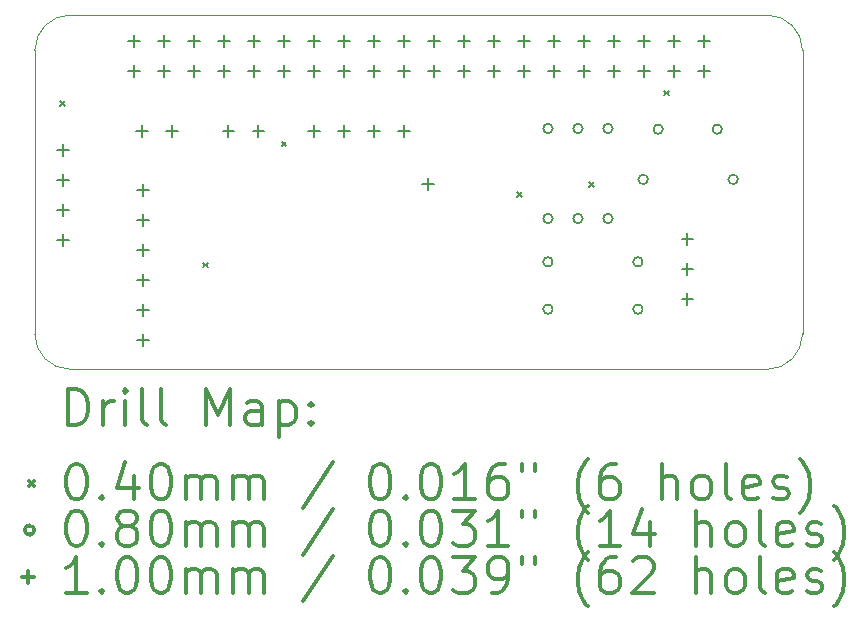
<source format=gbr>
%FSLAX45Y45*%
G04 Gerber Fmt 4.5, Leading zero omitted, Abs format (unit mm)*
G04 Created by KiCad (PCBNEW (5.1.6)-1) date 2025-04-15 16:12:10*
%MOMM*%
%LPD*%
G01*
G04 APERTURE LIST*
%TA.AperFunction,Profile*%
%ADD10C,0.100000*%
%TD*%
%ADD11C,0.200000*%
%ADD12C,0.300000*%
G04 APERTURE END LIST*
D10*
X12103700Y-9901350D02*
X18003700Y-9901350D01*
X11803700Y-7201350D02*
X11803700Y-9601350D01*
X11803700Y-9601350D02*
G75*
G03*
X12103700Y-9901350I300000J0D01*
G01*
X18003700Y-9901350D02*
G75*
G03*
X18303700Y-9601350I0J300000D01*
G01*
X12103700Y-6901350D02*
G75*
G03*
X11803700Y-7201350I0J-300000D01*
G01*
X12103700Y-6901350D02*
X18003700Y-6901350D01*
X18303700Y-7201350D02*
G75*
G03*
X18003700Y-6901350I-300000J0D01*
G01*
X18303700Y-7201350D02*
X18303700Y-9601350D01*
D11*
X12019600Y-7631750D02*
X12059600Y-7671750D01*
X12059600Y-7631750D02*
X12019600Y-7671750D01*
X13226100Y-8997000D02*
X13266100Y-9037000D01*
X13266100Y-8997000D02*
X13226100Y-9037000D01*
X13892850Y-7974650D02*
X13932850Y-8014650D01*
X13932850Y-7974650D02*
X13892850Y-8014650D01*
X15886750Y-8400100D02*
X15926750Y-8440100D01*
X15926750Y-8400100D02*
X15886750Y-8440100D01*
X16497757Y-8317073D02*
X16537757Y-8357073D01*
X16537757Y-8317073D02*
X16497757Y-8357073D01*
X17131350Y-7542850D02*
X17171350Y-7582850D01*
X17171350Y-7542850D02*
X17131350Y-7582850D01*
X16188050Y-9391650D02*
G75*
G03*
X16188050Y-9391650I-40000J0D01*
G01*
X16950050Y-9391650D02*
G75*
G03*
X16950050Y-9391650I-40000J0D01*
G01*
X16188050Y-7861300D02*
G75*
G03*
X16188050Y-7861300I-40000J0D01*
G01*
X16188050Y-8623300D02*
G75*
G03*
X16188050Y-8623300I-40000J0D01*
G01*
X16442050Y-7861300D02*
G75*
G03*
X16442050Y-7861300I-40000J0D01*
G01*
X16442050Y-8623300D02*
G75*
G03*
X16442050Y-8623300I-40000J0D01*
G01*
X16696050Y-7861300D02*
G75*
G03*
X16696050Y-7861300I-40000J0D01*
G01*
X16696050Y-8623300D02*
G75*
G03*
X16696050Y-8623300I-40000J0D01*
G01*
X16994500Y-8293100D02*
G75*
G03*
X16994500Y-8293100I-40000J0D01*
G01*
X17756500Y-8293100D02*
G75*
G03*
X17756500Y-8293100I-40000J0D01*
G01*
X17121500Y-7867650D02*
G75*
G03*
X17121500Y-7867650I-40000J0D01*
G01*
X17621500Y-7867650D02*
G75*
G03*
X17621500Y-7867650I-40000J0D01*
G01*
X16188050Y-8991600D02*
G75*
G03*
X16188050Y-8991600I-40000J0D01*
G01*
X16950050Y-8991600D02*
G75*
G03*
X16950050Y-8991600I-40000J0D01*
G01*
X17329150Y-8744750D02*
X17329150Y-8844750D01*
X17279150Y-8794750D02*
X17379150Y-8794750D01*
X17329150Y-8998750D02*
X17329150Y-9098750D01*
X17279150Y-9048750D02*
X17379150Y-9048750D01*
X17329150Y-9252750D02*
X17329150Y-9352750D01*
X17279150Y-9302750D02*
X17379150Y-9302750D01*
X15132050Y-8281200D02*
X15132050Y-8381200D01*
X15082050Y-8331200D02*
X15182050Y-8331200D01*
X13442950Y-7836700D02*
X13442950Y-7936700D01*
X13392950Y-7886700D02*
X13492950Y-7886700D01*
X13696950Y-7836700D02*
X13696950Y-7936700D01*
X13646950Y-7886700D02*
X13746950Y-7886700D01*
X12719050Y-8332000D02*
X12719050Y-8432000D01*
X12669050Y-8382000D02*
X12769050Y-8382000D01*
X12719050Y-8586000D02*
X12719050Y-8686000D01*
X12669050Y-8636000D02*
X12769050Y-8636000D01*
X12719050Y-8840000D02*
X12719050Y-8940000D01*
X12669050Y-8890000D02*
X12769050Y-8890000D01*
X12719050Y-9094000D02*
X12719050Y-9194000D01*
X12669050Y-9144000D02*
X12769050Y-9144000D01*
X12719050Y-9348000D02*
X12719050Y-9448000D01*
X12669050Y-9398000D02*
X12769050Y-9398000D01*
X12719050Y-9602000D02*
X12719050Y-9702000D01*
X12669050Y-9652000D02*
X12769050Y-9652000D01*
X14166850Y-7836700D02*
X14166850Y-7936700D01*
X14116850Y-7886700D02*
X14216850Y-7886700D01*
X14420850Y-7836700D02*
X14420850Y-7936700D01*
X14370850Y-7886700D02*
X14470850Y-7886700D01*
X14674850Y-7836700D02*
X14674850Y-7936700D01*
X14624850Y-7886700D02*
X14724850Y-7886700D01*
X14928850Y-7836700D02*
X14928850Y-7936700D01*
X14878850Y-7886700D02*
X14978850Y-7886700D01*
X12712700Y-7830350D02*
X12712700Y-7930350D01*
X12662700Y-7880350D02*
X12762700Y-7880350D01*
X12966700Y-7830350D02*
X12966700Y-7930350D01*
X12916700Y-7880350D02*
X13016700Y-7880350D01*
X12642850Y-7074700D02*
X12642850Y-7174700D01*
X12592850Y-7124700D02*
X12692850Y-7124700D01*
X12642850Y-7328700D02*
X12642850Y-7428700D01*
X12592850Y-7378700D02*
X12692850Y-7378700D01*
X12896850Y-7074700D02*
X12896850Y-7174700D01*
X12846850Y-7124700D02*
X12946850Y-7124700D01*
X12896850Y-7328700D02*
X12896850Y-7428700D01*
X12846850Y-7378700D02*
X12946850Y-7378700D01*
X13150850Y-7074700D02*
X13150850Y-7174700D01*
X13100850Y-7124700D02*
X13200850Y-7124700D01*
X13150850Y-7328700D02*
X13150850Y-7428700D01*
X13100850Y-7378700D02*
X13200850Y-7378700D01*
X13404850Y-7074700D02*
X13404850Y-7174700D01*
X13354850Y-7124700D02*
X13454850Y-7124700D01*
X13404850Y-7328700D02*
X13404850Y-7428700D01*
X13354850Y-7378700D02*
X13454850Y-7378700D01*
X13658850Y-7074700D02*
X13658850Y-7174700D01*
X13608850Y-7124700D02*
X13708850Y-7124700D01*
X13658850Y-7328700D02*
X13658850Y-7428700D01*
X13608850Y-7378700D02*
X13708850Y-7378700D01*
X13912850Y-7074700D02*
X13912850Y-7174700D01*
X13862850Y-7124700D02*
X13962850Y-7124700D01*
X13912850Y-7328700D02*
X13912850Y-7428700D01*
X13862850Y-7378700D02*
X13962850Y-7378700D01*
X14166850Y-7074700D02*
X14166850Y-7174700D01*
X14116850Y-7124700D02*
X14216850Y-7124700D01*
X14166850Y-7328700D02*
X14166850Y-7428700D01*
X14116850Y-7378700D02*
X14216850Y-7378700D01*
X14420850Y-7074700D02*
X14420850Y-7174700D01*
X14370850Y-7124700D02*
X14470850Y-7124700D01*
X14420850Y-7328700D02*
X14420850Y-7428700D01*
X14370850Y-7378700D02*
X14470850Y-7378700D01*
X14674850Y-7074700D02*
X14674850Y-7174700D01*
X14624850Y-7124700D02*
X14724850Y-7124700D01*
X14674850Y-7328700D02*
X14674850Y-7428700D01*
X14624850Y-7378700D02*
X14724850Y-7378700D01*
X14928850Y-7074700D02*
X14928850Y-7174700D01*
X14878850Y-7124700D02*
X14978850Y-7124700D01*
X14928850Y-7328700D02*
X14928850Y-7428700D01*
X14878850Y-7378700D02*
X14978850Y-7378700D01*
X15182850Y-7074700D02*
X15182850Y-7174700D01*
X15132850Y-7124700D02*
X15232850Y-7124700D01*
X15182850Y-7328700D02*
X15182850Y-7428700D01*
X15132850Y-7378700D02*
X15232850Y-7378700D01*
X15436850Y-7074700D02*
X15436850Y-7174700D01*
X15386850Y-7124700D02*
X15486850Y-7124700D01*
X15436850Y-7328700D02*
X15436850Y-7428700D01*
X15386850Y-7378700D02*
X15486850Y-7378700D01*
X15690850Y-7074700D02*
X15690850Y-7174700D01*
X15640850Y-7124700D02*
X15740850Y-7124700D01*
X15690850Y-7328700D02*
X15690850Y-7428700D01*
X15640850Y-7378700D02*
X15740850Y-7378700D01*
X15944850Y-7074700D02*
X15944850Y-7174700D01*
X15894850Y-7124700D02*
X15994850Y-7124700D01*
X15944850Y-7328700D02*
X15944850Y-7428700D01*
X15894850Y-7378700D02*
X15994850Y-7378700D01*
X16198850Y-7074700D02*
X16198850Y-7174700D01*
X16148850Y-7124700D02*
X16248850Y-7124700D01*
X16198850Y-7328700D02*
X16198850Y-7428700D01*
X16148850Y-7378700D02*
X16248850Y-7378700D01*
X16452850Y-7074700D02*
X16452850Y-7174700D01*
X16402850Y-7124700D02*
X16502850Y-7124700D01*
X16452850Y-7328700D02*
X16452850Y-7428700D01*
X16402850Y-7378700D02*
X16502850Y-7378700D01*
X16706850Y-7074700D02*
X16706850Y-7174700D01*
X16656850Y-7124700D02*
X16756850Y-7124700D01*
X16706850Y-7328700D02*
X16706850Y-7428700D01*
X16656850Y-7378700D02*
X16756850Y-7378700D01*
X16960850Y-7074700D02*
X16960850Y-7174700D01*
X16910850Y-7124700D02*
X17010850Y-7124700D01*
X16960850Y-7328700D02*
X16960850Y-7428700D01*
X16910850Y-7378700D02*
X17010850Y-7378700D01*
X17214850Y-7074700D02*
X17214850Y-7174700D01*
X17164850Y-7124700D02*
X17264850Y-7124700D01*
X17214850Y-7328700D02*
X17214850Y-7428700D01*
X17164850Y-7378700D02*
X17264850Y-7378700D01*
X17468850Y-7074700D02*
X17468850Y-7174700D01*
X17418850Y-7124700D02*
X17518850Y-7124700D01*
X17468850Y-7328700D02*
X17468850Y-7428700D01*
X17418850Y-7378700D02*
X17518850Y-7378700D01*
X12039600Y-7995450D02*
X12039600Y-8095450D01*
X11989600Y-8045450D02*
X12089600Y-8045450D01*
X12039600Y-8249450D02*
X12039600Y-8349450D01*
X11989600Y-8299450D02*
X12089600Y-8299450D01*
X12039600Y-8503450D02*
X12039600Y-8603450D01*
X11989600Y-8553450D02*
X12089600Y-8553450D01*
X12039600Y-8757450D02*
X12039600Y-8857450D01*
X11989600Y-8807450D02*
X12089600Y-8807450D01*
D12*
X12085128Y-10372064D02*
X12085128Y-10072064D01*
X12156557Y-10072064D01*
X12199414Y-10086350D01*
X12227986Y-10114922D01*
X12242271Y-10143493D01*
X12256557Y-10200636D01*
X12256557Y-10243493D01*
X12242271Y-10300636D01*
X12227986Y-10329207D01*
X12199414Y-10357779D01*
X12156557Y-10372064D01*
X12085128Y-10372064D01*
X12385128Y-10372064D02*
X12385128Y-10172064D01*
X12385128Y-10229207D02*
X12399414Y-10200636D01*
X12413700Y-10186350D01*
X12442271Y-10172064D01*
X12470843Y-10172064D01*
X12570843Y-10372064D02*
X12570843Y-10172064D01*
X12570843Y-10072064D02*
X12556557Y-10086350D01*
X12570843Y-10100636D01*
X12585128Y-10086350D01*
X12570843Y-10072064D01*
X12570843Y-10100636D01*
X12756557Y-10372064D02*
X12727986Y-10357779D01*
X12713700Y-10329207D01*
X12713700Y-10072064D01*
X12913700Y-10372064D02*
X12885128Y-10357779D01*
X12870843Y-10329207D01*
X12870843Y-10072064D01*
X13256557Y-10372064D02*
X13256557Y-10072064D01*
X13356557Y-10286350D01*
X13456557Y-10072064D01*
X13456557Y-10372064D01*
X13727986Y-10372064D02*
X13727986Y-10214922D01*
X13713700Y-10186350D01*
X13685128Y-10172064D01*
X13627986Y-10172064D01*
X13599414Y-10186350D01*
X13727986Y-10357779D02*
X13699414Y-10372064D01*
X13627986Y-10372064D01*
X13599414Y-10357779D01*
X13585128Y-10329207D01*
X13585128Y-10300636D01*
X13599414Y-10272064D01*
X13627986Y-10257779D01*
X13699414Y-10257779D01*
X13727986Y-10243493D01*
X13870843Y-10172064D02*
X13870843Y-10472064D01*
X13870843Y-10186350D02*
X13899414Y-10172064D01*
X13956557Y-10172064D01*
X13985128Y-10186350D01*
X13999414Y-10200636D01*
X14013700Y-10229207D01*
X14013700Y-10314922D01*
X13999414Y-10343493D01*
X13985128Y-10357779D01*
X13956557Y-10372064D01*
X13899414Y-10372064D01*
X13870843Y-10357779D01*
X14142271Y-10343493D02*
X14156557Y-10357779D01*
X14142271Y-10372064D01*
X14127986Y-10357779D01*
X14142271Y-10343493D01*
X14142271Y-10372064D01*
X14142271Y-10186350D02*
X14156557Y-10200636D01*
X14142271Y-10214922D01*
X14127986Y-10200636D01*
X14142271Y-10186350D01*
X14142271Y-10214922D01*
X11758700Y-10846350D02*
X11798700Y-10886350D01*
X11798700Y-10846350D02*
X11758700Y-10886350D01*
X12142271Y-10702064D02*
X12170843Y-10702064D01*
X12199414Y-10716350D01*
X12213700Y-10730636D01*
X12227986Y-10759207D01*
X12242271Y-10816350D01*
X12242271Y-10887779D01*
X12227986Y-10944922D01*
X12213700Y-10973493D01*
X12199414Y-10987779D01*
X12170843Y-11002064D01*
X12142271Y-11002064D01*
X12113700Y-10987779D01*
X12099414Y-10973493D01*
X12085128Y-10944922D01*
X12070843Y-10887779D01*
X12070843Y-10816350D01*
X12085128Y-10759207D01*
X12099414Y-10730636D01*
X12113700Y-10716350D01*
X12142271Y-10702064D01*
X12370843Y-10973493D02*
X12385128Y-10987779D01*
X12370843Y-11002064D01*
X12356557Y-10987779D01*
X12370843Y-10973493D01*
X12370843Y-11002064D01*
X12642271Y-10802064D02*
X12642271Y-11002064D01*
X12570843Y-10687779D02*
X12499414Y-10902064D01*
X12685128Y-10902064D01*
X12856557Y-10702064D02*
X12885128Y-10702064D01*
X12913700Y-10716350D01*
X12927986Y-10730636D01*
X12942271Y-10759207D01*
X12956557Y-10816350D01*
X12956557Y-10887779D01*
X12942271Y-10944922D01*
X12927986Y-10973493D01*
X12913700Y-10987779D01*
X12885128Y-11002064D01*
X12856557Y-11002064D01*
X12827986Y-10987779D01*
X12813700Y-10973493D01*
X12799414Y-10944922D01*
X12785128Y-10887779D01*
X12785128Y-10816350D01*
X12799414Y-10759207D01*
X12813700Y-10730636D01*
X12827986Y-10716350D01*
X12856557Y-10702064D01*
X13085128Y-11002064D02*
X13085128Y-10802064D01*
X13085128Y-10830636D02*
X13099414Y-10816350D01*
X13127986Y-10802064D01*
X13170843Y-10802064D01*
X13199414Y-10816350D01*
X13213700Y-10844922D01*
X13213700Y-11002064D01*
X13213700Y-10844922D02*
X13227986Y-10816350D01*
X13256557Y-10802064D01*
X13299414Y-10802064D01*
X13327986Y-10816350D01*
X13342271Y-10844922D01*
X13342271Y-11002064D01*
X13485128Y-11002064D02*
X13485128Y-10802064D01*
X13485128Y-10830636D02*
X13499414Y-10816350D01*
X13527986Y-10802064D01*
X13570843Y-10802064D01*
X13599414Y-10816350D01*
X13613700Y-10844922D01*
X13613700Y-11002064D01*
X13613700Y-10844922D02*
X13627986Y-10816350D01*
X13656557Y-10802064D01*
X13699414Y-10802064D01*
X13727986Y-10816350D01*
X13742271Y-10844922D01*
X13742271Y-11002064D01*
X14327986Y-10687779D02*
X14070843Y-11073493D01*
X14713700Y-10702064D02*
X14742271Y-10702064D01*
X14770843Y-10716350D01*
X14785128Y-10730636D01*
X14799414Y-10759207D01*
X14813700Y-10816350D01*
X14813700Y-10887779D01*
X14799414Y-10944922D01*
X14785128Y-10973493D01*
X14770843Y-10987779D01*
X14742271Y-11002064D01*
X14713700Y-11002064D01*
X14685128Y-10987779D01*
X14670843Y-10973493D01*
X14656557Y-10944922D01*
X14642271Y-10887779D01*
X14642271Y-10816350D01*
X14656557Y-10759207D01*
X14670843Y-10730636D01*
X14685128Y-10716350D01*
X14713700Y-10702064D01*
X14942271Y-10973493D02*
X14956557Y-10987779D01*
X14942271Y-11002064D01*
X14927986Y-10987779D01*
X14942271Y-10973493D01*
X14942271Y-11002064D01*
X15142271Y-10702064D02*
X15170843Y-10702064D01*
X15199414Y-10716350D01*
X15213700Y-10730636D01*
X15227986Y-10759207D01*
X15242271Y-10816350D01*
X15242271Y-10887779D01*
X15227986Y-10944922D01*
X15213700Y-10973493D01*
X15199414Y-10987779D01*
X15170843Y-11002064D01*
X15142271Y-11002064D01*
X15113700Y-10987779D01*
X15099414Y-10973493D01*
X15085128Y-10944922D01*
X15070843Y-10887779D01*
X15070843Y-10816350D01*
X15085128Y-10759207D01*
X15099414Y-10730636D01*
X15113700Y-10716350D01*
X15142271Y-10702064D01*
X15527986Y-11002064D02*
X15356557Y-11002064D01*
X15442271Y-11002064D02*
X15442271Y-10702064D01*
X15413700Y-10744922D01*
X15385128Y-10773493D01*
X15356557Y-10787779D01*
X15785128Y-10702064D02*
X15727986Y-10702064D01*
X15699414Y-10716350D01*
X15685128Y-10730636D01*
X15656557Y-10773493D01*
X15642271Y-10830636D01*
X15642271Y-10944922D01*
X15656557Y-10973493D01*
X15670843Y-10987779D01*
X15699414Y-11002064D01*
X15756557Y-11002064D01*
X15785128Y-10987779D01*
X15799414Y-10973493D01*
X15813700Y-10944922D01*
X15813700Y-10873493D01*
X15799414Y-10844922D01*
X15785128Y-10830636D01*
X15756557Y-10816350D01*
X15699414Y-10816350D01*
X15670843Y-10830636D01*
X15656557Y-10844922D01*
X15642271Y-10873493D01*
X15927986Y-10702064D02*
X15927986Y-10759207D01*
X16042271Y-10702064D02*
X16042271Y-10759207D01*
X16485128Y-11116350D02*
X16470843Y-11102064D01*
X16442271Y-11059207D01*
X16427986Y-11030636D01*
X16413700Y-10987779D01*
X16399414Y-10916350D01*
X16399414Y-10859207D01*
X16413700Y-10787779D01*
X16427986Y-10744922D01*
X16442271Y-10716350D01*
X16470843Y-10673493D01*
X16485128Y-10659207D01*
X16727986Y-10702064D02*
X16670843Y-10702064D01*
X16642271Y-10716350D01*
X16627986Y-10730636D01*
X16599414Y-10773493D01*
X16585128Y-10830636D01*
X16585128Y-10944922D01*
X16599414Y-10973493D01*
X16613700Y-10987779D01*
X16642271Y-11002064D01*
X16699414Y-11002064D01*
X16727986Y-10987779D01*
X16742271Y-10973493D01*
X16756557Y-10944922D01*
X16756557Y-10873493D01*
X16742271Y-10844922D01*
X16727986Y-10830636D01*
X16699414Y-10816350D01*
X16642271Y-10816350D01*
X16613700Y-10830636D01*
X16599414Y-10844922D01*
X16585128Y-10873493D01*
X17113700Y-11002064D02*
X17113700Y-10702064D01*
X17242271Y-11002064D02*
X17242271Y-10844922D01*
X17227986Y-10816350D01*
X17199414Y-10802064D01*
X17156557Y-10802064D01*
X17127986Y-10816350D01*
X17113700Y-10830636D01*
X17427986Y-11002064D02*
X17399414Y-10987779D01*
X17385128Y-10973493D01*
X17370843Y-10944922D01*
X17370843Y-10859207D01*
X17385128Y-10830636D01*
X17399414Y-10816350D01*
X17427986Y-10802064D01*
X17470843Y-10802064D01*
X17499414Y-10816350D01*
X17513700Y-10830636D01*
X17527986Y-10859207D01*
X17527986Y-10944922D01*
X17513700Y-10973493D01*
X17499414Y-10987779D01*
X17470843Y-11002064D01*
X17427986Y-11002064D01*
X17699414Y-11002064D02*
X17670843Y-10987779D01*
X17656557Y-10959207D01*
X17656557Y-10702064D01*
X17927986Y-10987779D02*
X17899414Y-11002064D01*
X17842271Y-11002064D01*
X17813700Y-10987779D01*
X17799414Y-10959207D01*
X17799414Y-10844922D01*
X17813700Y-10816350D01*
X17842271Y-10802064D01*
X17899414Y-10802064D01*
X17927986Y-10816350D01*
X17942271Y-10844922D01*
X17942271Y-10873493D01*
X17799414Y-10902064D01*
X18056557Y-10987779D02*
X18085128Y-11002064D01*
X18142271Y-11002064D01*
X18170843Y-10987779D01*
X18185128Y-10959207D01*
X18185128Y-10944922D01*
X18170843Y-10916350D01*
X18142271Y-10902064D01*
X18099414Y-10902064D01*
X18070843Y-10887779D01*
X18056557Y-10859207D01*
X18056557Y-10844922D01*
X18070843Y-10816350D01*
X18099414Y-10802064D01*
X18142271Y-10802064D01*
X18170843Y-10816350D01*
X18285128Y-11116350D02*
X18299414Y-11102064D01*
X18327986Y-11059207D01*
X18342271Y-11030636D01*
X18356557Y-10987779D01*
X18370843Y-10916350D01*
X18370843Y-10859207D01*
X18356557Y-10787779D01*
X18342271Y-10744922D01*
X18327986Y-10716350D01*
X18299414Y-10673493D01*
X18285128Y-10659207D01*
X11798700Y-11262350D02*
G75*
G03*
X11798700Y-11262350I-40000J0D01*
G01*
X12142271Y-11098064D02*
X12170843Y-11098064D01*
X12199414Y-11112350D01*
X12213700Y-11126636D01*
X12227986Y-11155207D01*
X12242271Y-11212350D01*
X12242271Y-11283779D01*
X12227986Y-11340921D01*
X12213700Y-11369493D01*
X12199414Y-11383779D01*
X12170843Y-11398064D01*
X12142271Y-11398064D01*
X12113700Y-11383779D01*
X12099414Y-11369493D01*
X12085128Y-11340921D01*
X12070843Y-11283779D01*
X12070843Y-11212350D01*
X12085128Y-11155207D01*
X12099414Y-11126636D01*
X12113700Y-11112350D01*
X12142271Y-11098064D01*
X12370843Y-11369493D02*
X12385128Y-11383779D01*
X12370843Y-11398064D01*
X12356557Y-11383779D01*
X12370843Y-11369493D01*
X12370843Y-11398064D01*
X12556557Y-11226636D02*
X12527986Y-11212350D01*
X12513700Y-11198064D01*
X12499414Y-11169493D01*
X12499414Y-11155207D01*
X12513700Y-11126636D01*
X12527986Y-11112350D01*
X12556557Y-11098064D01*
X12613700Y-11098064D01*
X12642271Y-11112350D01*
X12656557Y-11126636D01*
X12670843Y-11155207D01*
X12670843Y-11169493D01*
X12656557Y-11198064D01*
X12642271Y-11212350D01*
X12613700Y-11226636D01*
X12556557Y-11226636D01*
X12527986Y-11240921D01*
X12513700Y-11255207D01*
X12499414Y-11283779D01*
X12499414Y-11340921D01*
X12513700Y-11369493D01*
X12527986Y-11383779D01*
X12556557Y-11398064D01*
X12613700Y-11398064D01*
X12642271Y-11383779D01*
X12656557Y-11369493D01*
X12670843Y-11340921D01*
X12670843Y-11283779D01*
X12656557Y-11255207D01*
X12642271Y-11240921D01*
X12613700Y-11226636D01*
X12856557Y-11098064D02*
X12885128Y-11098064D01*
X12913700Y-11112350D01*
X12927986Y-11126636D01*
X12942271Y-11155207D01*
X12956557Y-11212350D01*
X12956557Y-11283779D01*
X12942271Y-11340921D01*
X12927986Y-11369493D01*
X12913700Y-11383779D01*
X12885128Y-11398064D01*
X12856557Y-11398064D01*
X12827986Y-11383779D01*
X12813700Y-11369493D01*
X12799414Y-11340921D01*
X12785128Y-11283779D01*
X12785128Y-11212350D01*
X12799414Y-11155207D01*
X12813700Y-11126636D01*
X12827986Y-11112350D01*
X12856557Y-11098064D01*
X13085128Y-11398064D02*
X13085128Y-11198064D01*
X13085128Y-11226636D02*
X13099414Y-11212350D01*
X13127986Y-11198064D01*
X13170843Y-11198064D01*
X13199414Y-11212350D01*
X13213700Y-11240921D01*
X13213700Y-11398064D01*
X13213700Y-11240921D02*
X13227986Y-11212350D01*
X13256557Y-11198064D01*
X13299414Y-11198064D01*
X13327986Y-11212350D01*
X13342271Y-11240921D01*
X13342271Y-11398064D01*
X13485128Y-11398064D02*
X13485128Y-11198064D01*
X13485128Y-11226636D02*
X13499414Y-11212350D01*
X13527986Y-11198064D01*
X13570843Y-11198064D01*
X13599414Y-11212350D01*
X13613700Y-11240921D01*
X13613700Y-11398064D01*
X13613700Y-11240921D02*
X13627986Y-11212350D01*
X13656557Y-11198064D01*
X13699414Y-11198064D01*
X13727986Y-11212350D01*
X13742271Y-11240921D01*
X13742271Y-11398064D01*
X14327986Y-11083779D02*
X14070843Y-11469493D01*
X14713700Y-11098064D02*
X14742271Y-11098064D01*
X14770843Y-11112350D01*
X14785128Y-11126636D01*
X14799414Y-11155207D01*
X14813700Y-11212350D01*
X14813700Y-11283779D01*
X14799414Y-11340921D01*
X14785128Y-11369493D01*
X14770843Y-11383779D01*
X14742271Y-11398064D01*
X14713700Y-11398064D01*
X14685128Y-11383779D01*
X14670843Y-11369493D01*
X14656557Y-11340921D01*
X14642271Y-11283779D01*
X14642271Y-11212350D01*
X14656557Y-11155207D01*
X14670843Y-11126636D01*
X14685128Y-11112350D01*
X14713700Y-11098064D01*
X14942271Y-11369493D02*
X14956557Y-11383779D01*
X14942271Y-11398064D01*
X14927986Y-11383779D01*
X14942271Y-11369493D01*
X14942271Y-11398064D01*
X15142271Y-11098064D02*
X15170843Y-11098064D01*
X15199414Y-11112350D01*
X15213700Y-11126636D01*
X15227986Y-11155207D01*
X15242271Y-11212350D01*
X15242271Y-11283779D01*
X15227986Y-11340921D01*
X15213700Y-11369493D01*
X15199414Y-11383779D01*
X15170843Y-11398064D01*
X15142271Y-11398064D01*
X15113700Y-11383779D01*
X15099414Y-11369493D01*
X15085128Y-11340921D01*
X15070843Y-11283779D01*
X15070843Y-11212350D01*
X15085128Y-11155207D01*
X15099414Y-11126636D01*
X15113700Y-11112350D01*
X15142271Y-11098064D01*
X15342271Y-11098064D02*
X15527986Y-11098064D01*
X15427986Y-11212350D01*
X15470843Y-11212350D01*
X15499414Y-11226636D01*
X15513700Y-11240921D01*
X15527986Y-11269493D01*
X15527986Y-11340921D01*
X15513700Y-11369493D01*
X15499414Y-11383779D01*
X15470843Y-11398064D01*
X15385128Y-11398064D01*
X15356557Y-11383779D01*
X15342271Y-11369493D01*
X15813700Y-11398064D02*
X15642271Y-11398064D01*
X15727986Y-11398064D02*
X15727986Y-11098064D01*
X15699414Y-11140922D01*
X15670843Y-11169493D01*
X15642271Y-11183779D01*
X15927986Y-11098064D02*
X15927986Y-11155207D01*
X16042271Y-11098064D02*
X16042271Y-11155207D01*
X16485128Y-11512350D02*
X16470843Y-11498064D01*
X16442271Y-11455207D01*
X16427986Y-11426636D01*
X16413700Y-11383779D01*
X16399414Y-11312350D01*
X16399414Y-11255207D01*
X16413700Y-11183779D01*
X16427986Y-11140922D01*
X16442271Y-11112350D01*
X16470843Y-11069493D01*
X16485128Y-11055207D01*
X16756557Y-11398064D02*
X16585128Y-11398064D01*
X16670843Y-11398064D02*
X16670843Y-11098064D01*
X16642271Y-11140922D01*
X16613700Y-11169493D01*
X16585128Y-11183779D01*
X17013700Y-11198064D02*
X17013700Y-11398064D01*
X16942271Y-11083779D02*
X16870843Y-11298064D01*
X17056557Y-11298064D01*
X17399414Y-11398064D02*
X17399414Y-11098064D01*
X17527986Y-11398064D02*
X17527986Y-11240921D01*
X17513700Y-11212350D01*
X17485128Y-11198064D01*
X17442271Y-11198064D01*
X17413700Y-11212350D01*
X17399414Y-11226636D01*
X17713700Y-11398064D02*
X17685128Y-11383779D01*
X17670843Y-11369493D01*
X17656557Y-11340921D01*
X17656557Y-11255207D01*
X17670843Y-11226636D01*
X17685128Y-11212350D01*
X17713700Y-11198064D01*
X17756557Y-11198064D01*
X17785128Y-11212350D01*
X17799414Y-11226636D01*
X17813700Y-11255207D01*
X17813700Y-11340921D01*
X17799414Y-11369493D01*
X17785128Y-11383779D01*
X17756557Y-11398064D01*
X17713700Y-11398064D01*
X17985128Y-11398064D02*
X17956557Y-11383779D01*
X17942271Y-11355207D01*
X17942271Y-11098064D01*
X18213700Y-11383779D02*
X18185128Y-11398064D01*
X18127986Y-11398064D01*
X18099414Y-11383779D01*
X18085128Y-11355207D01*
X18085128Y-11240921D01*
X18099414Y-11212350D01*
X18127986Y-11198064D01*
X18185128Y-11198064D01*
X18213700Y-11212350D01*
X18227986Y-11240921D01*
X18227986Y-11269493D01*
X18085128Y-11298064D01*
X18342271Y-11383779D02*
X18370843Y-11398064D01*
X18427986Y-11398064D01*
X18456557Y-11383779D01*
X18470843Y-11355207D01*
X18470843Y-11340921D01*
X18456557Y-11312350D01*
X18427986Y-11298064D01*
X18385128Y-11298064D01*
X18356557Y-11283779D01*
X18342271Y-11255207D01*
X18342271Y-11240921D01*
X18356557Y-11212350D01*
X18385128Y-11198064D01*
X18427986Y-11198064D01*
X18456557Y-11212350D01*
X18570843Y-11512350D02*
X18585128Y-11498064D01*
X18613700Y-11455207D01*
X18627986Y-11426636D01*
X18642271Y-11383779D01*
X18656557Y-11312350D01*
X18656557Y-11255207D01*
X18642271Y-11183779D01*
X18627986Y-11140922D01*
X18613700Y-11112350D01*
X18585128Y-11069493D01*
X18570843Y-11055207D01*
X11748700Y-11608350D02*
X11748700Y-11708350D01*
X11698700Y-11658350D02*
X11798700Y-11658350D01*
X12242271Y-11794064D02*
X12070843Y-11794064D01*
X12156557Y-11794064D02*
X12156557Y-11494064D01*
X12127986Y-11536921D01*
X12099414Y-11565493D01*
X12070843Y-11579779D01*
X12370843Y-11765493D02*
X12385128Y-11779779D01*
X12370843Y-11794064D01*
X12356557Y-11779779D01*
X12370843Y-11765493D01*
X12370843Y-11794064D01*
X12570843Y-11494064D02*
X12599414Y-11494064D01*
X12627986Y-11508350D01*
X12642271Y-11522636D01*
X12656557Y-11551207D01*
X12670843Y-11608350D01*
X12670843Y-11679779D01*
X12656557Y-11736921D01*
X12642271Y-11765493D01*
X12627986Y-11779779D01*
X12599414Y-11794064D01*
X12570843Y-11794064D01*
X12542271Y-11779779D01*
X12527986Y-11765493D01*
X12513700Y-11736921D01*
X12499414Y-11679779D01*
X12499414Y-11608350D01*
X12513700Y-11551207D01*
X12527986Y-11522636D01*
X12542271Y-11508350D01*
X12570843Y-11494064D01*
X12856557Y-11494064D02*
X12885128Y-11494064D01*
X12913700Y-11508350D01*
X12927986Y-11522636D01*
X12942271Y-11551207D01*
X12956557Y-11608350D01*
X12956557Y-11679779D01*
X12942271Y-11736921D01*
X12927986Y-11765493D01*
X12913700Y-11779779D01*
X12885128Y-11794064D01*
X12856557Y-11794064D01*
X12827986Y-11779779D01*
X12813700Y-11765493D01*
X12799414Y-11736921D01*
X12785128Y-11679779D01*
X12785128Y-11608350D01*
X12799414Y-11551207D01*
X12813700Y-11522636D01*
X12827986Y-11508350D01*
X12856557Y-11494064D01*
X13085128Y-11794064D02*
X13085128Y-11594064D01*
X13085128Y-11622636D02*
X13099414Y-11608350D01*
X13127986Y-11594064D01*
X13170843Y-11594064D01*
X13199414Y-11608350D01*
X13213700Y-11636921D01*
X13213700Y-11794064D01*
X13213700Y-11636921D02*
X13227986Y-11608350D01*
X13256557Y-11594064D01*
X13299414Y-11594064D01*
X13327986Y-11608350D01*
X13342271Y-11636921D01*
X13342271Y-11794064D01*
X13485128Y-11794064D02*
X13485128Y-11594064D01*
X13485128Y-11622636D02*
X13499414Y-11608350D01*
X13527986Y-11594064D01*
X13570843Y-11594064D01*
X13599414Y-11608350D01*
X13613700Y-11636921D01*
X13613700Y-11794064D01*
X13613700Y-11636921D02*
X13627986Y-11608350D01*
X13656557Y-11594064D01*
X13699414Y-11594064D01*
X13727986Y-11608350D01*
X13742271Y-11636921D01*
X13742271Y-11794064D01*
X14327986Y-11479779D02*
X14070843Y-11865493D01*
X14713700Y-11494064D02*
X14742271Y-11494064D01*
X14770843Y-11508350D01*
X14785128Y-11522636D01*
X14799414Y-11551207D01*
X14813700Y-11608350D01*
X14813700Y-11679779D01*
X14799414Y-11736921D01*
X14785128Y-11765493D01*
X14770843Y-11779779D01*
X14742271Y-11794064D01*
X14713700Y-11794064D01*
X14685128Y-11779779D01*
X14670843Y-11765493D01*
X14656557Y-11736921D01*
X14642271Y-11679779D01*
X14642271Y-11608350D01*
X14656557Y-11551207D01*
X14670843Y-11522636D01*
X14685128Y-11508350D01*
X14713700Y-11494064D01*
X14942271Y-11765493D02*
X14956557Y-11779779D01*
X14942271Y-11794064D01*
X14927986Y-11779779D01*
X14942271Y-11765493D01*
X14942271Y-11794064D01*
X15142271Y-11494064D02*
X15170843Y-11494064D01*
X15199414Y-11508350D01*
X15213700Y-11522636D01*
X15227986Y-11551207D01*
X15242271Y-11608350D01*
X15242271Y-11679779D01*
X15227986Y-11736921D01*
X15213700Y-11765493D01*
X15199414Y-11779779D01*
X15170843Y-11794064D01*
X15142271Y-11794064D01*
X15113700Y-11779779D01*
X15099414Y-11765493D01*
X15085128Y-11736921D01*
X15070843Y-11679779D01*
X15070843Y-11608350D01*
X15085128Y-11551207D01*
X15099414Y-11522636D01*
X15113700Y-11508350D01*
X15142271Y-11494064D01*
X15342271Y-11494064D02*
X15527986Y-11494064D01*
X15427986Y-11608350D01*
X15470843Y-11608350D01*
X15499414Y-11622636D01*
X15513700Y-11636921D01*
X15527986Y-11665493D01*
X15527986Y-11736921D01*
X15513700Y-11765493D01*
X15499414Y-11779779D01*
X15470843Y-11794064D01*
X15385128Y-11794064D01*
X15356557Y-11779779D01*
X15342271Y-11765493D01*
X15670843Y-11794064D02*
X15727986Y-11794064D01*
X15756557Y-11779779D01*
X15770843Y-11765493D01*
X15799414Y-11722636D01*
X15813700Y-11665493D01*
X15813700Y-11551207D01*
X15799414Y-11522636D01*
X15785128Y-11508350D01*
X15756557Y-11494064D01*
X15699414Y-11494064D01*
X15670843Y-11508350D01*
X15656557Y-11522636D01*
X15642271Y-11551207D01*
X15642271Y-11622636D01*
X15656557Y-11651207D01*
X15670843Y-11665493D01*
X15699414Y-11679779D01*
X15756557Y-11679779D01*
X15785128Y-11665493D01*
X15799414Y-11651207D01*
X15813700Y-11622636D01*
X15927986Y-11494064D02*
X15927986Y-11551207D01*
X16042271Y-11494064D02*
X16042271Y-11551207D01*
X16485128Y-11908350D02*
X16470843Y-11894064D01*
X16442271Y-11851207D01*
X16427986Y-11822636D01*
X16413700Y-11779779D01*
X16399414Y-11708350D01*
X16399414Y-11651207D01*
X16413700Y-11579779D01*
X16427986Y-11536921D01*
X16442271Y-11508350D01*
X16470843Y-11465493D01*
X16485128Y-11451207D01*
X16727986Y-11494064D02*
X16670843Y-11494064D01*
X16642271Y-11508350D01*
X16627986Y-11522636D01*
X16599414Y-11565493D01*
X16585128Y-11622636D01*
X16585128Y-11736921D01*
X16599414Y-11765493D01*
X16613700Y-11779779D01*
X16642271Y-11794064D01*
X16699414Y-11794064D01*
X16727986Y-11779779D01*
X16742271Y-11765493D01*
X16756557Y-11736921D01*
X16756557Y-11665493D01*
X16742271Y-11636921D01*
X16727986Y-11622636D01*
X16699414Y-11608350D01*
X16642271Y-11608350D01*
X16613700Y-11622636D01*
X16599414Y-11636921D01*
X16585128Y-11665493D01*
X16870843Y-11522636D02*
X16885128Y-11508350D01*
X16913700Y-11494064D01*
X16985128Y-11494064D01*
X17013700Y-11508350D01*
X17027986Y-11522636D01*
X17042271Y-11551207D01*
X17042271Y-11579779D01*
X17027986Y-11622636D01*
X16856557Y-11794064D01*
X17042271Y-11794064D01*
X17399414Y-11794064D02*
X17399414Y-11494064D01*
X17527986Y-11794064D02*
X17527986Y-11636921D01*
X17513700Y-11608350D01*
X17485128Y-11594064D01*
X17442271Y-11594064D01*
X17413700Y-11608350D01*
X17399414Y-11622636D01*
X17713700Y-11794064D02*
X17685128Y-11779779D01*
X17670843Y-11765493D01*
X17656557Y-11736921D01*
X17656557Y-11651207D01*
X17670843Y-11622636D01*
X17685128Y-11608350D01*
X17713700Y-11594064D01*
X17756557Y-11594064D01*
X17785128Y-11608350D01*
X17799414Y-11622636D01*
X17813700Y-11651207D01*
X17813700Y-11736921D01*
X17799414Y-11765493D01*
X17785128Y-11779779D01*
X17756557Y-11794064D01*
X17713700Y-11794064D01*
X17985128Y-11794064D02*
X17956557Y-11779779D01*
X17942271Y-11751207D01*
X17942271Y-11494064D01*
X18213700Y-11779779D02*
X18185128Y-11794064D01*
X18127986Y-11794064D01*
X18099414Y-11779779D01*
X18085128Y-11751207D01*
X18085128Y-11636921D01*
X18099414Y-11608350D01*
X18127986Y-11594064D01*
X18185128Y-11594064D01*
X18213700Y-11608350D01*
X18227986Y-11636921D01*
X18227986Y-11665493D01*
X18085128Y-11694064D01*
X18342271Y-11779779D02*
X18370843Y-11794064D01*
X18427986Y-11794064D01*
X18456557Y-11779779D01*
X18470843Y-11751207D01*
X18470843Y-11736921D01*
X18456557Y-11708350D01*
X18427986Y-11694064D01*
X18385128Y-11694064D01*
X18356557Y-11679779D01*
X18342271Y-11651207D01*
X18342271Y-11636921D01*
X18356557Y-11608350D01*
X18385128Y-11594064D01*
X18427986Y-11594064D01*
X18456557Y-11608350D01*
X18570843Y-11908350D02*
X18585128Y-11894064D01*
X18613700Y-11851207D01*
X18627986Y-11822636D01*
X18642271Y-11779779D01*
X18656557Y-11708350D01*
X18656557Y-11651207D01*
X18642271Y-11579779D01*
X18627986Y-11536921D01*
X18613700Y-11508350D01*
X18585128Y-11465493D01*
X18570843Y-11451207D01*
M02*

</source>
